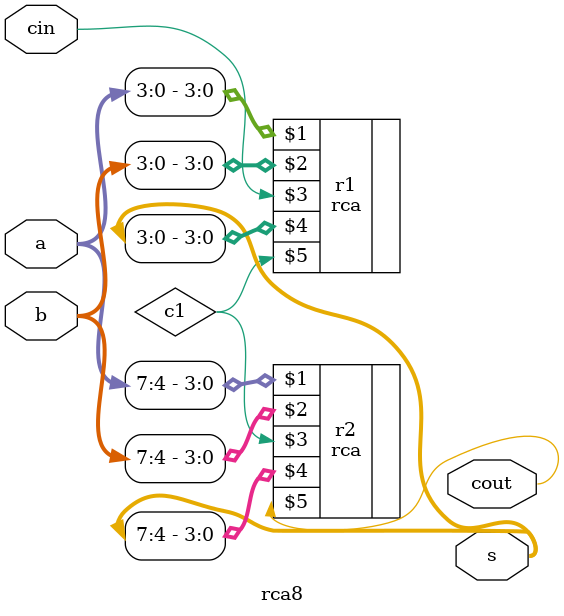
<source format=v>
`timescale 1ns / 1ps

module rca8(a,b,cin,s,cout);
input [7:0]a,b;
input cin;
output [7:0]s;
output cout;
wire c1;
rca r1(a[3:0],b[3:0],cin,s[3:0],c1);
rca r2(a[7:4],b[7:4],c1,s[7:4],cout);
endmodule

</source>
